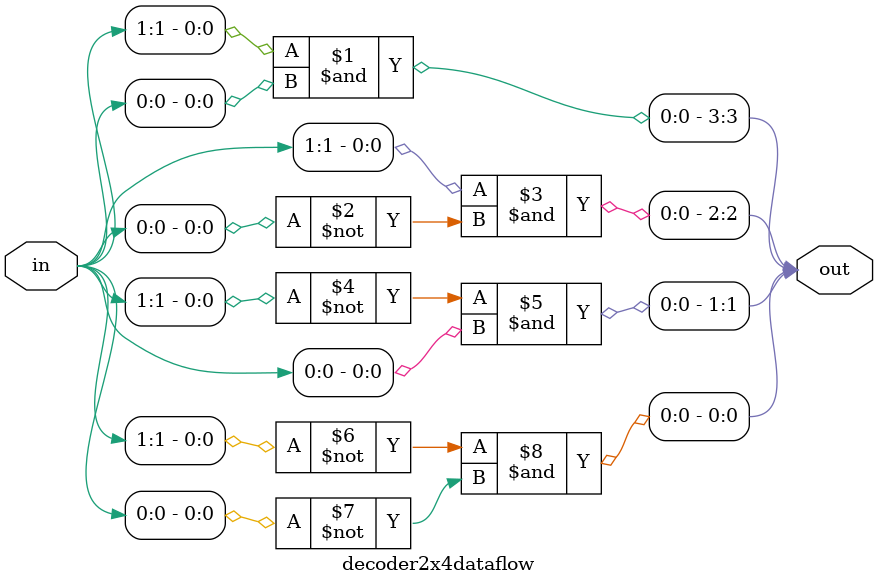
<source format=v>
`timescale 1ns / 1ps


module decoder2x4dataflow(input [1:0]in,output wire [3:0]out);
assign out[3]=in[1]&in[0];
assign out[2]=in[1]&~in[0];
assign out[1]=~in[1]&in[0];
assign out[0]=~in[1]&~in[0];
endmodule
</source>
